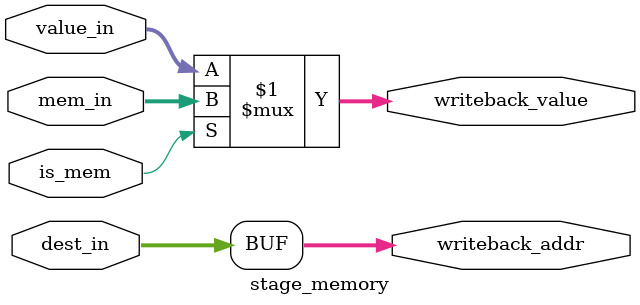
<source format=v>
module stage_memory(
        input [3:0] dest_in,
        input [31:0] value_in,
        input [31:0] mem_in,
        input is_mem,

        output [3:0] writeback_addr,
        output [31:0] writeback_value
    );

    assign writeback_addr = dest_in;
    assign writeback_value = is_mem ? mem_in : value_in;

endmodule
</source>
